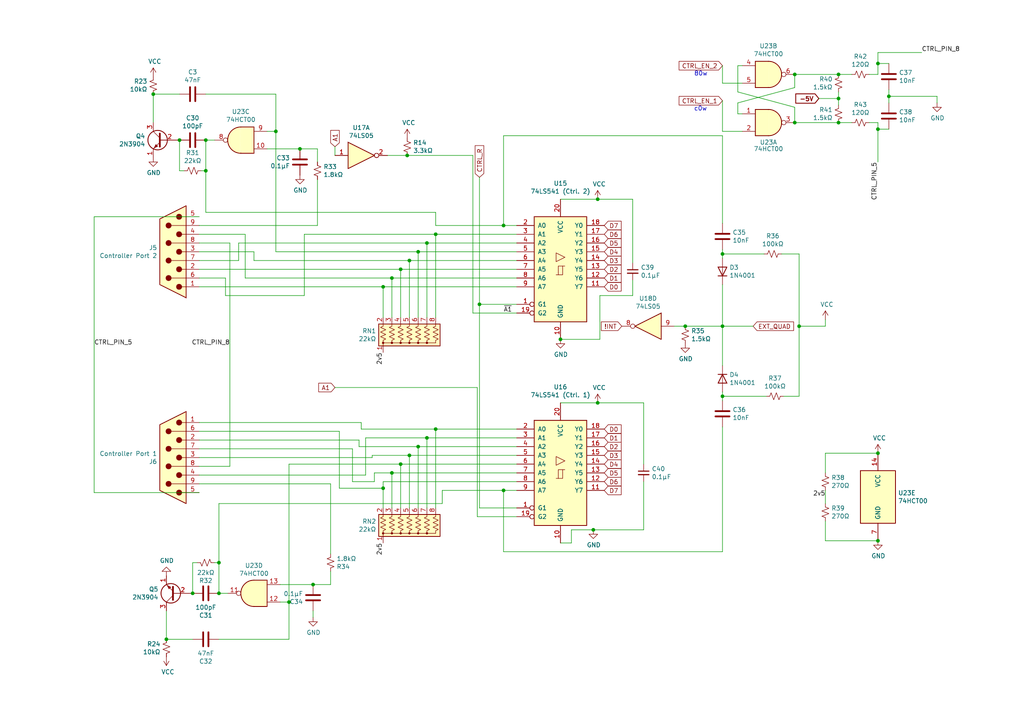
<source format=kicad_sch>
(kicad_sch (version 20231120) (generator "eeschema") (generator_version "8.0")
  (paper "A4")
  (lib_symbols
    (symbol "74xx:74HCT00" (pin_names (offset 1.016))
      (property "Reference" "U" (at 0 1.27 0))
      (property "Value" "74HCT00" (at 0 -1.27 0))
      (symbol "74HCT00_1_1"
        (pin input line (at -7.62 2.54 0) (length 3.81) (name "~") (number "1"))
        (pin input line (at -7.62 -2.54 0) (length 3.81) (name "~") (number "2"))
        (pin output inverted (at 7.62 0 180) (length 3.81) (name "~") (number "3"))
      )
      (symbol "74HCT00_1_2"
        (pin input inverted (at -7.62 2.54 0) (length 4.318) (name "~") (number "1"))
        (pin input inverted (at -7.62 -2.54 0) (length 4.318) (name "~") (number "2"))
        (pin output line (at 7.62 0 180) (length 3.81) (name "~") (number "3"))
      )
      (symbol "74HCT00_2_1"
        (pin input line (at -7.62 2.54 0) (length 3.81) (name "~") (number "4"))
        (pin input line (at -7.62 -2.54 0) (length 3.81) (name "~") (number "5"))
        (pin output inverted (at 7.62 0 180) (length 3.81) (name "~") (number "6"))
      )
      (symbol "74HCT00_2_2"
        (pin input inverted (at -7.62 2.54 0) (length 4.318) (name "~") (number "4"))
        (pin input inverted (at -7.62 -2.54 0) (length 4.318) (name "~") (number "5"))
        (pin output line (at 7.62 0 180) (length 3.81) (name "~") (number "6"))
      )
      (symbol "74HCT00_3_1"
        (pin input line (at -7.62 -2.54 0) (length 3.81) (name "~") (number "10"))
        (pin output inverted (at 7.62 0 180) (length 3.81) (name "~") (number "8"))
        (pin input line (at -7.62 2.54 0) (length 3.81) (name "~") (number "9"))
      )
      (symbol "74HCT00_3_2"
        (pin input inverted (at -7.62 -2.54 0) (length 4.318) (name "~") (number "10"))
        (pin output line (at 7.62 0 180) (length 3.81) (name "~") (number "8"))
        (pin input inverted (at -7.62 2.54 0) (length 4.318) (name "~") (number "9"))
      )
      (symbol "74HCT00_4_1"
        (pin output inverted (at 7.62 0 180) (length 3.81) (name "~") (number "11"))
        (pin input line (at -7.62 2.54 0) (length 3.81) (name "~") (number "12"))
        (pin input line (at -7.62 -2.54 0) (length 3.81) (name "~") (number "13"))
      )
      (symbol "74HCT00_4_2"
        (pin output line (at 7.62 0 180) (length 3.81) (name "~") (number "11"))
        (pin input inverted (at -7.62 2.54 0) (length 4.318) (name "~") (number "12"))
        (pin input inverted (at -7.62 -2.54 0) (length 4.318) (name "~") (number "13"))
      )
      (symbol "74HCT00_5_0"
        (pin power_in line (at 0 12.7 270) (length 5.08) (name "VCC") (number "14"))
        (pin power_in line (at 0 -12.7 90) (length 5.08) (name "GND") (number "7"))
      )
    )
    (symbol "74xx:74LS05" (pin_names (offset 1.016))
      (property "Reference" "U" (at 0 1.27 0))
      (property "Value" "74LS05" (at 0 -1.27 0))
      (symbol "74LS05_1_0"
        (pin input line (at -7.62 0 0) (length 3.81) (name "~") (number "1"))
        (pin open_collector inverted (at 7.62 0 180) (length 3.81) (name "~") (number "2"))
      )
      (symbol "74LS05_2_0"
        (pin input line (at -7.62 0 0) (length 3.81) (name "~") (number "3"))
        (pin open_collector inverted (at 7.62 0 180) (length 3.81) (name "~") (number "4"))
      )
      (symbol "74LS05_3_0"
        (pin input line (at -7.62 0 0) (length 3.81) (name "~") (number "5"))
        (pin open_collector inverted (at 7.62 0 180) (length 3.81) (name "~") (number "6"))
      )
      (symbol "74LS05_4_0"
        (pin open_collector inverted (at 7.62 0 180) (length 3.81) (name "~") (number "8"))
        (pin input line (at -7.62 0 0) (length 3.81) (name "~") (number "9"))
      )
      (symbol "74LS05_5_0"
        (pin open_collector inverted (at 7.62 0 180) (length 3.81) (name "~") (number "10"))
        (pin input line (at -7.62 0 0) (length 3.81) (name "~") (number "11"))
      )
      (symbol "74LS05_6_0"
        (pin open_collector inverted (at 7.62 0 180) (length 3.81) (name "~") (number "12"))
        (pin input line (at -7.62 0 0) (length 3.81) (name "~") (number "13"))
      )
      (symbol "74LS05_7_0"
        (pin power_in line (at 0 12.7 270) (length 5.08) (name "VCC") (number "14"))
        (pin power_in line (at 0 -12.7 90) (length 5.08) (name "GND") (number "7"))
      )
    )
    (symbol "74xx:74LS541" (pin_names (offset 1.016))
      (property "Reference" "U" (at -7.62 16.51 0))
      (property "Value" "74LS541" (at -7.62 -16.51 0))
      (symbol "74LS541_1_0"
        (pin input inverted (at -12.7 -10.16 0) (length 5.08) (name "G1") (number "1"))
        (pin power_in line (at 0 -20.32 90) (length 5.08) (name "GND") (number "10"))
        (pin tri_state line (at 12.7 -5.08 180) (length 5.08) (name "Y7") (number "11"))
        (pin tri_state line (at 12.7 -2.54 180) (length 5.08) (name "Y6") (number "12"))
        (pin tri_state line (at 12.7 0 180) (length 5.08) (name "Y5") (number "13"))
        (pin tri_state line (at 12.7 2.54 180) (length 5.08) (name "Y4") (number "14"))
        (pin tri_state line (at 12.7 5.08 180) (length 5.08) (name "Y3") (number "15"))
        (pin tri_state line (at 12.7 7.62 180) (length 5.08) (name "Y2") (number "16"))
        (pin tri_state line (at 12.7 10.16 180) (length 5.08) (name "Y1") (number "17"))
        (pin tri_state line (at 12.7 12.7 180) (length 5.08) (name "Y0") (number "18"))
        (pin input inverted (at -12.7 -12.7 0) (length 5.08) (name "G2") (number "19"))
        (pin input line (at -12.7 12.7 0) (length 5.08) (name "A0") (number "2"))
        (pin power_in line (at 0 20.32 270) (length 5.08) (name "VCC") (number "20"))
        (pin input line (at -12.7 10.16 0) (length 5.08) (name "A1") (number "3"))
        (pin input line (at -12.7 7.62 0) (length 5.08) (name "A2") (number "4"))
        (pin input line (at -12.7 5.08 0) (length 5.08) (name "A3") (number "5"))
        (pin input line (at -12.7 2.54 0) (length 5.08) (name "A4") (number "6"))
        (pin input line (at -12.7 0 0) (length 5.08) (name "A5") (number "7"))
        (pin input line (at -12.7 -2.54 0) (length 5.08) (name "A6") (number "8"))
        (pin input line (at -12.7 -5.08 0) (length 5.08) (name "A7") (number "9"))
      )
    )
    (symbol "Connector:DB9_Male" (pin_names (offset 1.016) hide)
      (property "Reference" "J" (at 0 13.97 0))
      (property "Value" "DB9_Male" (at 0 -14.605 0))
      (symbol "DB9_Male_1_1"
        (pin passive line (at -7.62 -10.16 0) (length 3.81) (name "1") (number "1"))
        (pin passive line (at -7.62 -5.08 0) (length 3.81) (name "2") (number "2"))
        (pin passive line (at -7.62 0 0) (length 3.81) (name "3") (number "3"))
        (pin passive line (at -7.62 5.08 0) (length 3.81) (name "4") (number "4"))
        (pin passive line (at -7.62 10.16 0) (length 3.81) (name "5") (number "5"))
        (pin passive line (at -7.62 -7.62 0) (length 3.81) (name "6") (number "6"))
        (pin passive line (at -7.62 -2.54 0) (length 3.81) (name "7") (number "7"))
        (pin passive line (at -7.62 2.54 0) (length 3.81) (name "8") (number "8"))
        (pin passive line (at -7.62 7.62 0) (length 3.81) (name "9") (number "9"))
      )
    )
    (symbol "Device:C" (pin_numbers hide) (pin_names (offset 0.254))
      (property "Reference" "C" (at 0.635 2.54 0))
      (property "Value" "C" (at 0.635 -2.54 0))
      (symbol "C_1_1"
        (pin passive line (at 0 3.81 270) (length 2.794) (name "~") (number "1"))
        (pin passive line (at 0 -3.81 90) (length 2.794) (name "~") (number "2"))
      )
    )
    (symbol "Device:C_Small" (pin_numbers hide) (pin_names (offset 0.254) hide)
      (property "Reference" "C" (at 0.254 1.778 0))
      (property "Value" "C_Small" (at 0.254 -2.032 0))
      (symbol "C_Small_1_1"
        (pin passive line (at 0 2.54 270) (length 2.032) (name "~") (number "1"))
        (pin passive line (at 0 -2.54 90) (length 2.032) (name "~") (number "2"))
      )
    )
    (symbol "Device:R_Network07_US" (pin_names (offset 0) hide)
      (property "Reference" "RN" (at -10.16 0 90))
      (property "Value" "R_Network07_US" (at 10.16 0 90))
      (symbol "R_Network07_US_1_1"
        (pin passive line (at -7.62 5.08 270) (length 2.54) (name "common") (number "1"))
        (pin passive line (at -7.62 -5.08 90) (length 1.27) (name "R1") (number "2"))
        (pin passive line (at -5.08 -5.08 90) (length 1.27) (name "R2") (number "3"))
        (pin passive line (at -2.54 -5.08 90) (length 1.27) (name "R3") (number "4"))
        (pin passive line (at 0 -5.08 90) (length 1.27) (name "R4") (number "5"))
        (pin passive line (at 2.54 -5.08 90) (length 1.27) (name "R5") (number "6"))
        (pin passive line (at 5.08 -5.08 90) (length 1.27) (name "R6") (number "7"))
        (pin passive line (at 7.62 -5.08 90) (length 1.27) (name "R7") (number "8"))
      )
    )
    (symbol "Device:R_Small_US" (pin_numbers hide) (pin_names (offset 0.254) hide)
      (property "Reference" "R" (at 0.762 0.508 0))
      (property "Value" "R_Small_US" (at 0.762 -1.016 0))
      (symbol "R_Small_US_1_1"
        (pin passive line (at 0 2.54 270) (length 1.016) (name "~") (number "1"))
        (pin passive line (at 0 -2.54 90) (length 1.016) (name "~") (number "2"))
      )
    )
    (symbol "Diode:1N4001" (pin_numbers hide) (pin_names (offset 1.016) hide)
      (property "Reference" "D" (at 0 2.54 0))
      (property "Value" "1N4001" (at 0 -2.54 0))
      (symbol "1N4001_1_1"
        (pin passive line (at -3.81 0 0) (length 2.54) (name "K") (number "1"))
        (pin passive line (at 3.81 0 180) (length 2.54) (name "A") (number "2"))
      )
    )
    (symbol "Transistor_BJT:2N3904" (pin_names (offset 0) hide)
      (property "Reference" "Q" (at 5.08 1.905 0))
      (property "Value" "2N3904" (at 5.08 0 0))
      (symbol "2N3904_1_1"
        (pin passive line (at 2.54 -5.08 90) (length 2.54) (name "E") (number "1"))
        (pin passive line (at -5.08 0 0) (length 5.715) (name "B") (number "2"))
        (pin passive line (at 2.54 5.08 270) (length 2.54) (name "C") (number "3"))
      )
    )
    (symbol "power:GND" (power) (pin_names (offset 0))
      (property "Value" "GND" (at 0 -3.81 0))
      (symbol "GND_1_1"
        (pin power_in line (at 0 0 270) (length 0) hide (name "GND") (number "1"))
      )
    )
    (symbol "power:VCC" (power) (pin_names (offset 0))
      (property "Value" "VCC" (at 0 3.81 0))
      (symbol "VCC_1_1"
        (pin power_in line (at 0 0 90) (length 0) hide (name "VCC") (number "1"))
      )
    )
  )
  (junction (at 126.365 124.46))
  (junction (at 118.745 75.565))
  (junction (at 162.56 98.425))
  (junction (at 121.285 129.54))
  (junction (at 118.745 132.08))
  (junction (at 173.355 116.84))
  (junction (at 209.55 73.66))
  (junction (at 126.365 67.945))
  (junction (at 209.55 114.935))
  (junction (at 80.01 38.1))
  (junction (at 116.205 78.105))
  (junction (at 198.755 94.615))
  (junction (at 209.55 94.615))
  (junction (at 113.665 137.16))
  (junction (at 254.635 18.415))
  (junction (at 243.205 21.59))
  (junction (at 116.205 134.62))
  (junction (at 111.125 141.605))
  (junction (at 231.775 94.615))
  (junction (at 254.635 37.465))
  (junction (at 173.355 57.785))
  (junction (at 48.26 185.42))
  (junction (at 59.69 49.53))
  (junction (at 146.05 142.24))
  (junction (at 123.825 70.485))
  (junction (at 55.88 172.085))
  (junction (at 254.635 131.445))
  (junction (at 86.995 43.18))
  (junction (at 121.285 73.025))
  (junction (at 243.205 35.56))
  (junction (at 254.635 156.845))
  (junction (at 83.82 174.625))
  (junction (at 172.085 153.67))
  (junction (at 243.205 28.575))
  (junction (at 113.665 80.645))
  (junction (at 111.125 83.185))
  (junction (at 139.065 88.265))
  (junction (at 118.11 45.085))
  (junction (at 59.69 40.64))
  (junction (at 230.505 35.56))
  (junction (at 90.805 169.545))
  (junction (at 257.81 27.94))
  (junction (at 52.07 40.64))
  (junction (at 230.505 21.59))
  (junction (at 146.05 65.405))
  (junction (at 123.825 127))
  (junction (at 63.5 172.085))
  (junction (at 63.5 163.195))
  (junction (at 44.45 27.305))
  (wire (pts (xy 231.775 94.615) (xy 239.395 94.615)))
  (wire (pts (xy 213.995 19.05) (xy 213.995 26.67)))
  (wire (pts (xy 149.86 134.62) (xy 116.205 134.62)))
  (wire (pts (xy 121.285 129.54) (xy 149.86 129.54)))
  (wire (pts (xy 80.01 27.305) (xy 59.69 27.305)))
  (wire (pts (xy 239.395 142.24) (xy 239.395 146.05)))
  (wire (pts (xy 195.58 94.615) (xy 198.755 94.615)))
  (wire (pts (xy 95.885 165.735) (xy 95.885 169.545)))
  (wire (pts (xy 52.07 49.53) (xy 52.07 40.64)))
  (wire (pts (xy 123.825 92.075) (xy 123.825 70.485)))
  (wire (pts (xy 209.55 39.37) (xy 209.55 64.77)))
  (wire (pts (xy 231.775 114.935) (xy 231.775 94.615)))
  (wire (pts (xy 128.27 142.24) (xy 128.27 146.05)))
  (wire (pts (xy 106.045 127) (xy 106.045 137.795)))
  (wire (pts (xy 209.55 73.66) (xy 209.55 74.93)))
  (wire (pts (xy 227.33 114.935) (xy 231.775 114.935)))
  (wire (pts (xy 252.095 35.56) (xy 254.635 35.56)))
  (wire (pts (xy 165.735 157.48) (xy 162.56 157.48)))
  (wire (pts (xy 209.55 82.55) (xy 209.55 94.615)))
  (wire (pts (xy 146.05 65.405) (xy 149.86 65.405)))
  (wire (pts (xy 92.075 52.07) (xy 92.075 65.405)))
  (wire (pts (xy 126.365 61.595) (xy 126.365 65.405)))
  (wire (pts (xy 186.69 153.67) (xy 172.085 153.67)))
  (wire (pts (xy 209.55 94.615) (xy 218.44 94.615)))
  (wire (pts (xy 57.785 80.645) (xy 65.405 80.645)))
  (wire (pts (xy 138.43 149.86) (xy 149.86 149.86)))
  (wire (pts (xy 257.81 27.94) (xy 257.81 29.845)))
  (wire (pts (xy 186.69 134.62) (xy 186.69 116.84)))
  (wire (pts (xy 97.155 42.545) (xy 97.155 45.085)))
  (wire (pts (xy 146.05 142.24) (xy 146.05 160.02)))
  (wire (pts (xy 90.805 169.545) (xy 81.28 169.545)))
  (wire (pts (xy 73.66 73.025) (xy 73.66 75.565)))
  (wire (pts (xy 83.82 185.42) (xy 63.5 185.42)))
  (wire (pts (xy 173.99 98.425) (xy 173.99 85.725)))
  (wire (pts (xy 254.635 21.59) (xy 254.635 18.415)))
  (wire (pts (xy 239.395 94.615) (xy 239.395 92.71)))
  (wire (pts (xy 27.305 62.865) (xy 57.785 62.865)))
  (wire (pts (xy 57.785 122.555) (xy 104.775 122.555)))
  (wire (pts (xy 243.205 28.575) (xy 237.49 28.575)))
  (wire (pts (xy 126.365 124.46) (xy 149.86 124.46)))
  (wire (pts (xy 126.365 67.945) (xy 149.86 67.945)))
  (wire (pts (xy 243.205 21.59) (xy 230.505 21.59)))
  (wire (pts (xy 254.635 37.465) (xy 254.635 46.99)))
  (wire (pts (xy 230.505 31.115) (xy 230.505 35.56)))
  (wire (pts (xy 137.16 45.085) (xy 137.16 90.805)))
  (wire (pts (xy 215.265 38.1) (xy 209.55 38.1)))
  (wire (pts (xy 128.27 146.05) (xy 63.5 146.05)))
  (wire (pts (xy 254.635 18.415) (xy 254.635 15.24)))
  (wire (pts (xy 139.065 147.32) (xy 149.86 147.32)))
  (wire (pts (xy 104.14 129.54) (xy 121.285 129.54)))
  (wire (pts (xy 213.995 33.02) (xy 215.265 33.02)))
  (wire (pts (xy 149.86 83.185) (xy 111.125 83.185)))
  (wire (pts (xy 146.05 142.24) (xy 128.27 142.24)))
  (wire (pts (xy 183.515 76.2) (xy 183.515 57.785)))
  (wire (pts (xy 83.82 134.62) (xy 83.82 174.625)))
  (wire (pts (xy 65.405 85.725) (xy 88.265 85.725)))
  (wire (pts (xy 209.55 73.66) (xy 221.615 73.66)))
  (wire (pts (xy 146.05 160.02) (xy 209.55 160.02)))
  (wire (pts (xy 257.81 27.94) (xy 271.78 27.94)))
  (wire (pts (xy 173.355 57.785) (xy 162.56 57.785)))
  (wire (pts (xy 126.365 147.32) (xy 126.365 124.46)))
  (wire (pts (xy 102.235 130.175) (xy 102.235 139.7)))
  (wire (pts (xy 149.86 88.265) (xy 139.065 88.265)))
  (wire (pts (xy 57.785 67.945) (xy 71.12 67.945)))
  (wire (pts (xy 146.05 39.37) (xy 209.55 39.37)))
  (wire (pts (xy 113.665 147.32) (xy 113.665 137.16)))
  (wire (pts (xy 104.775 124.46) (xy 126.365 124.46)))
  (wire (pts (xy 83.82 174.625) (xy 81.28 174.625)))
  (wire (pts (xy 92.075 46.99) (xy 92.075 43.18)))
  (wire (pts (xy 118.745 75.565) (xy 149.86 75.565)))
  (wire (pts (xy 209.55 24.13) (xy 209.55 19.05)))
  (wire (pts (xy 243.205 30.48) (xy 243.205 28.575)))
  (wire (pts (xy 243.205 21.59) (xy 247.015 21.59)))
  (wire (pts (xy 186.69 139.7) (xy 186.69 153.67)))
  (wire (pts (xy 53.34 49.53) (xy 52.07 49.53)))
  (wire (pts (xy 88.265 85.725) (xy 88.265 67.945)))
  (wire (pts (xy 27.305 142.875) (xy 27.305 62.865)))
  (wire (pts (xy 88.265 67.945) (xy 126.365 67.945)))
  (wire (pts (xy 116.205 147.32) (xy 116.205 134.62)))
  (wire (pts (xy 83.82 174.625) (xy 83.82 185.42)))
  (wire (pts (xy 113.665 137.16) (xy 149.86 137.16)))
  (wire (pts (xy 239.395 151.13) (xy 239.395 156.845)))
  (wire (pts (xy 149.86 78.105) (xy 116.205 78.105)))
  (wire (pts (xy 186.69 116.84) (xy 173.355 116.84)))
  (wire (pts (xy 97.155 112.395) (xy 138.43 112.395)))
  (wire (pts (xy 254.635 37.465) (xy 257.81 37.465)))
  (wire (pts (xy 104.14 127.635) (xy 104.14 129.54)))
  (wire (pts (xy 213.995 26.67) (xy 230.505 31.115)))
  (wire (pts (xy 86.995 43.18) (xy 77.47 43.18)))
  (wire (pts (xy 239.395 156.845) (xy 254.635 156.845)))
  (wire (pts (xy 139.065 88.265) (xy 139.065 147.32)))
  (wire (pts (xy 243.205 28.575) (xy 243.205 26.67)))
  (wire (pts (xy 230.505 35.56) (xy 243.205 35.56)))
  (wire (pts (xy 113.665 92.075) (xy 113.665 80.645)))
  (wire (pts (xy 252.095 21.59) (xy 254.635 21.59)))
  (wire (pts (xy 63.5 146.05) (xy 63.5 163.195)))
  (wire (pts (xy 57.785 127.635) (xy 104.14 127.635)))
  (wire (pts (xy 66.675 70.485) (xy 57.785 70.485)))
  (wire (pts (xy 108.585 137.16) (xy 113.665 137.16)))
  (wire (pts (xy 123.825 127) (xy 106.045 127)))
  (wire (pts (xy 254.635 15.24) (xy 267.335 15.24)))
  (wire (pts (xy 149.86 142.24) (xy 146.05 142.24)))
  (wire (pts (xy 123.825 70.485) (xy 69.215 70.485)))
  (wire (pts (xy 126.365 92.075) (xy 126.365 67.945)))
  (wire (pts (xy 80.01 38.1) (xy 80.01 27.305)))
  (wire (pts (xy 116.205 78.105) (xy 57.785 78.105)))
  (wire (pts (xy 48.26 177.165) (xy 48.26 185.42)))
  (wire (pts (xy 116.205 92.075) (xy 116.205 78.105)))
  (wire (pts (xy 108.585 139.7) (xy 108.585 137.16)))
  (wire (pts (xy 58.42 49.53) (xy 59.69 49.53)))
  (wire (pts (xy 172.085 153.67) (xy 165.735 153.67)))
  (wire (pts (xy 62.23 163.195) (xy 63.5 163.195)))
  (wire (pts (xy 113.665 80.645) (xy 149.86 80.645)))
  (wire (pts (xy 173.99 85.725) (xy 183.515 85.725)))
  (wire (pts (xy 138.43 112.395) (xy 138.43 149.86)))
  (wire (pts (xy 111.125 92.075) (xy 111.125 83.185)))
  (wire (pts (xy 69.215 70.485) (xy 69.215 75.565)))
  (wire (pts (xy 57.785 65.405) (xy 92.075 65.405)))
  (wire (pts (xy 149.86 70.485) (xy 123.825 70.485)))
  (wire (pts (xy 209.55 114.935) (xy 209.55 116.205)))
  (wire (pts (xy 57.785 73.025) (xy 73.66 73.025)))
  (wire (pts (xy 107.95 132.08) (xy 118.745 132.08)))
  (wire (pts (xy 44.45 27.305) (xy 52.07 27.305)))
  (wire (pts (xy 271.78 27.94) (xy 271.78 29.845)))
  (wire (pts (xy 63.5 172.085) (xy 66.04 172.085)))
  (wire (pts (xy 149.86 139.7) (xy 111.125 139.7)))
  (wire (pts (xy 209.55 113.665) (xy 209.55 114.935)))
  (wire (pts (xy 137.16 90.805) (xy 149.86 90.805)))
  (wire (pts (xy 254.635 131.445) (xy 239.395 131.445)))
  (wire (pts (xy 165.735 153.67) (xy 165.735 157.48)))
  (wire (pts (xy 257.81 26.035) (xy 257.81 27.94)))
  (wire (pts (xy 222.25 114.935) (xy 209.55 114.935)))
  (wire (pts (xy 95.885 140.335) (xy 95.885 160.655)))
  (wire (pts (xy 59.69 49.53) (xy 59.69 61.595)))
  (wire (pts (xy 80.01 38.1) (xy 77.47 38.1)))
  (wire (pts (xy 73.66 75.565) (xy 118.745 75.565)))
  (wire (pts (xy 107.95 132.715) (xy 107.95 132.08)))
  (wire (pts (xy 57.785 132.715) (xy 107.95 132.715)))
  (wire (pts (xy 209.55 160.02) (xy 209.55 123.825)))
  (wire (pts (xy 121.285 73.025) (xy 80.01 73.025)))
  (wire (pts (xy 63.5 163.195) (xy 63.5 172.085)))
  (wire (pts (xy 106.045 137.795) (xy 57.785 137.795)))
  (wire (pts (xy 213.995 29.845) (xy 213.995 33.02)))
  (wire (pts (xy 116.205 134.62) (xy 83.82 134.62)))
  (wire (pts (xy 80.01 73.025) (xy 80.01 38.1)))
  (wire (pts (xy 118.11 45.085) (xy 137.16 45.085)))
  (wire (pts (xy 104.775 122.555) (xy 104.775 124.46)))
  (wire (pts (xy 209.55 72.39) (xy 209.55 73.66)))
  (wire (pts (xy 111.125 141.605) (xy 98.425 141.605)))
  (wire (pts (xy 55.88 163.195) (xy 55.88 172.085)))
  (wire (pts (xy 102.235 139.7) (xy 108.585 139.7)))
  (wire (pts (xy 183.515 57.785) (xy 173.355 57.785)))
  (wire (pts (xy 57.785 135.255) (xy 66.675 135.255)))
  (wire (pts (xy 254.635 35.56) (xy 254.635 37.465)))
  (wire (pts (xy 90.805 179.07) (xy 90.805 177.165)))
  (wire (pts (xy 118.745 132.08) (xy 149.86 132.08)))
  (wire (pts (xy 239.395 131.445) (xy 239.395 137.16)))
  (wire (pts (xy 69.215 75.565) (xy 57.785 75.565)))
  (wire (pts (xy 209.55 94.615) (xy 209.55 106.045)))
  (wire (pts (xy 57.15 163.195) (xy 55.88 163.195)))
  (wire (pts (xy 209.55 38.1) (xy 209.55 29.21)))
  (wire (pts (xy 111.125 139.7) (xy 111.125 141.605)))
  (wire (pts (xy 198.755 94.615) (xy 209.55 94.615)))
  (wire (pts (xy 57.785 142.875) (xy 27.305 142.875)))
  (wire (pts (xy 149.86 73.025) (xy 121.285 73.025)))
  (wire (pts (xy 92.075 43.18) (xy 86.995 43.18)))
  (wire (pts (xy 173.355 116.84) (xy 162.56 116.84)))
  (wire (pts (xy 121.285 147.32) (xy 121.285 129.54)))
  (wire (pts (xy 98.425 141.605) (xy 98.425 125.095)))
  (wire (pts (xy 123.825 147.32) (xy 123.825 127)))
  (wire (pts (xy 215.265 24.13) (xy 209.55 24.13)))
  (wire (pts (xy 57.785 130.175) (xy 102.235 130.175)))
  (wire (pts (xy 44.45 35.56) (xy 44.45 27.305)))
  (wire (pts (xy 230.505 25.4) (xy 213.995 29.845)))
  (wire (pts (xy 121.285 73.025) (xy 121.285 92.075)))
  (wire (pts (xy 162.56 98.425) (xy 173.99 98.425)))
  (wire (pts (xy 95.885 140.335) (xy 57.785 140.335)))
  (wire (pts (xy 254.635 18.415) (xy 257.81 18.415)))
  (wire (pts (xy 231.775 94.615) (xy 231.775 73.66)))
  (wire (pts (xy 230.505 21.59) (xy 230.505 25.4)))
  (wire (pts (xy 95.885 169.545) (xy 90.805 169.545)))
  (wire (pts (xy 71.12 80.645) (xy 113.665 80.645)))
  (wire (pts (xy 146.05 65.405) (xy 146.05 39.37)))
  (wire (pts (xy 59.69 49.53) (xy 59.69 40.64)))
  (wire (pts (xy 149.86 127) (xy 123.825 127)))
  (wire (pts (xy 111.125 147.32) (xy 111.125 141.605)))
  (wire (pts (xy 59.69 40.64) (xy 62.23 40.64)))
  (wire (pts (xy 243.205 35.56) (xy 247.015 35.56)))
  (wire (pts (xy 118.745 92.075) (xy 118.745 75.565)))
  (wire (pts (xy 126.365 65.405) (xy 146.05 65.405)))
  (wire (pts (xy 59.69 61.595) (xy 126.365 61.595)))
  (wire (pts (xy 66.675 135.255) (xy 66.675 70.485)))
  (wire (pts (xy 48.26 185.42) (xy 55.88 185.42)))
  (wire (pts (xy 71.12 67.945) (xy 71.12 80.645)))
  (wire (pts (xy 98.425 125.095) (xy 57.785 125.095)))
  (wire (pts (xy 139.065 51.435) (xy 139.065 88.265)))
  (wire (pts (xy 111.125 83.185) (xy 57.785 83.185)))
  (wire (pts (xy 112.395 45.085) (xy 118.11 45.085)))
  (wire (pts (xy 65.405 80.645) (xy 65.405 85.725)))
  (wire (pts (xy 118.745 147.32) (xy 118.745 132.08)))
  (wire (pts (xy 215.265 19.05) (xy 213.995 19.05)))
  (wire (pts (xy 183.515 85.725) (xy 183.515 81.28)))
  (wire (pts (xy 231.775 73.66) (xy 226.695 73.66)))
  (text "c0w" (at 205.105 32.385 0) (effects (font (size 1.27 1.27)) (justify right bottom)))
  (text "80w" (at 201.295 22.225 0) (effects (font (size 1.27 1.27)) (justify left bottom)))
  (label "CTRL_PIN_5" (at 27.305 100.33 0))
  (label "~{A1}" (at 146.05 90.805 0))
  (label "2v5" (at 239.395 144.145 180))
  (label "CTRL_PIN_8" (at 267.335 15.24 0))
  (label "2v5" (at 111.125 157.48 270))
  (label "CTRL_PIN_5" (at 254.635 46.99 270))
  (label "CTRL_PIN_8" (at 66.675 100.33 180))
  (label "2v5" (at 111.125 102.235 270))
  (global_label "A1" (shape input) (at 97.155 42.545 90) (property "Intersheetrefs" "${INTERSHEET_REFS}" (effects (hide yes))))
  (global_label "D3" (shape input) (at 175.26 132.08 0) (property "Intersheetrefs" "${INTERSHEET_REFS}" (effects (hide yes))))
  (global_label "!INT" (shape input) (at 180.34 94.615 180) (property "Intersheetrefs" "${INTERSHEET_REFS}" (effects (hide yes))))
  (global_label "CTRL_EN_1" (shape input) (at 209.55 29.21 180) (property "Intersheetrefs" "${INTERSHEET_REFS}" (effects (hide yes))))
  (global_label "CTRL_EN_2" (shape input) (at 209.55 19.05 180) (property "Intersheetrefs" "${INTERSHEET_REFS}" (effects (hide yes))))
  (global_label "D4" (shape input) (at 175.26 73.025 0) (property "Intersheetrefs" "${INTERSHEET_REFS}" (effects (hide yes))))
  (global_label "D1" (shape input) (at 175.26 127 0) (property "Intersheetrefs" "${INTERSHEET_REFS}" (effects (hide yes))))
  (global_label "-5V" (shape input) (at 237.49 28.575 180) (effects (font (thickness 0.254) (bold yes))) (property "Intersheetrefs" "${INTERSHEET_REFS}" (effects (hide yes))))
  (global_label "EXT_QUAD" (shape input) (at 218.44 94.615 0) (property "Intersheetrefs" "${INTERSHEET_REFS}" (effects (hide yes))))
  (global_label "CTRL_R" (shape input) (at 139.065 51.435 90) (property "Intersheetrefs" "${INTERSHEET_REFS}" (effects (hide yes))))
  (global_label "A1" (shape input) (at 97.155 112.395 180) (property "Intersheetrefs" "${INTERSHEET_REFS}" (effects (hide yes))))
  (global_label "D6" (shape input) (at 175.26 67.945 0) (property "Intersheetrefs" "${INTERSHEET_REFS}" (effects (hide yes))))
  (global_label "D7" (shape input) (at 175.26 65.405 0) (property "Intersheetrefs" "${INTERSHEET_REFS}" (effects (hide yes))))
  (global_label "D2" (shape input) (at 175.26 129.54 0) (property "Intersheetrefs" "${INTERSHEET_REFS}" (effects (hide yes))))
  (global_label "D6" (shape input) (at 175.26 139.7 0) (property "Intersheetrefs" "${INTERSHEET_REFS}" (effects (hide yes))))
  (global_label "D2" (shape input) (at 175.26 78.105 0) (property "Intersheetrefs" "${INTERSHEET_REFS}" (effects (hide yes))))
  (global_label "D0" (shape input) (at 175.26 124.46 0) (property "Intersheetrefs" "${INTERSHEET_REFS}" (effects (hide yes))))
  (global_label "D7" (shape input) (at 175.26 142.24 0) (property "Intersheetrefs" "${INTERSHEET_REFS}" (effects (hide yes))))
  (global_label "D5" (shape input) (at 175.26 137.16 0) (property "Intersheetrefs" "${INTERSHEET_REFS}" (effects (hide yes))))
  (global_label "D0" (shape input) (at 175.26 83.185 0) (property "Intersheetrefs" "${INTERSHEET_REFS}" (effects (hide yes))))
  (global_label "D3" (shape input) (at 175.26 75.565 0) (property "Intersheetrefs" "${INTERSHEET_REFS}" (effects (hide yes))))
  (global_label "D4" (shape input) (at 175.26 134.62 0) (property "Intersheetrefs" "${INTERSHEET_REFS}" (effects (hide yes))))
  (global_label "D1" (shape input) (at 175.26 80.645 0) (property "Intersheetrefs" "${INTERSHEET_REFS}" (effects (hide yes))))
  (global_label "D5" (shape input) (at 175.26 70.485 0) (property "Intersheetrefs" "${INTERSHEET_REFS}" (effects (hide yes))))
  (symbol (lib_id "74xx:74LS05") (at 104.775 45.085 0) (unit 1)
    (property "Reference" "U17" (at 104.775 37.0332 0))
    (property "Value" "74LS05" (at 104.775 39.3446 0))
    (property "Footprint" "Housings_SOIC:SOIC-14_3.9x8.7mm_Pitch1.27mm" (effects (hide yes)))
    (property "Datasheet" "https://www.digikey.ca/product-detail/en/MM74HCT05MX/MM74HCT05MXCT-ND/2094424/?itemSeq=317132076" (effects (hide yes)))
    (property "DigiKey" "296-1630-1-ND" (effects (hide yes)))
  )
  (symbol (lib_id "Device:R_Small_US") (at 118.11 42.545 0) (unit 1)
    (property "Reference" "R14" (at 119.8372 41.3766 0) (effects (justify left)))
    (property "Value" "3.3kΩ" (at 119.8372 43.688 0) (effects (justify left)))
    (property "Footprint" "Resistors_SMD:R_0805_HandSoldering" (effects (hide yes)))
    (property "DigiKey" "RMCF0805JT3K30CT-ND" (effects (hide yes)))
  )
  (symbol (lib_id "power:VCC") (at 118.11 40.005 0) (unit 1)
    (property "Reference" "#PWR0115" (effects (hide yes)))
    (property "Value" "VCC" (at 118.5418 35.6108 0))
  )
  (symbol (lib_id "Connector:DB9_Male") (at 50.165 73.025 0) (mirror y) (unit 1)
    (property "Reference" "J5" (at 45.593 71.8566 0) (effects (justify left)))
    (property "Value" "Controller Port 2" (at 45.593 74.168 0) (effects (justify left)))
    (property "Footprint" "Jacks:A-DS 09 A-KG-T2S" (effects (hide yes)))
    (property "Datasheet" "http://www.assmann-wsw.com/fileadmin/datasheets/ASS_4888_CO.pdf" (effects (hide yes)))
    (property "DigiKey" "AE10968-ND" (effects (hide yes)))
  )
  (symbol (lib_id "Connector:DB9_Male") (at 50.165 132.715 180) (unit 1)
    (property "Reference" "J6" (at 45.593 133.8834 0) (effects (justify left)))
    (property "Value" "Controller Port 1" (at 45.593 131.572 0) (effects (justify left)))
    (property "Footprint" "Jacks:A-DS 09 A-KG-T2S" (effects (hide yes)))
    (property "Datasheet" "http://www.assmann-wsw.com/fileadmin/datasheets/ASS_4888_CO.pdf" (effects (hide yes)))
    (property "DigiKey" "AE10968-ND" (effects (hide yes)))
  )
  (symbol (lib_id "Device:R_Small_US") (at 239.395 139.7 0) (unit 1)
    (property "Reference" "R38" (at 241.1222 138.5316 0) (effects (justify left)))
    (property "Value" "270Ω" (at 241.1222 140.843 0) (effects (justify left)))
    (property "Footprint" "Resistors_SMD:R_0805_HandSoldering" (effects (hide yes)))
    (property "DigiKey" "RMCF0805JT270RCT-ND" (effects (hide yes)))
  )
  (symbol (lib_id "Device:R_Small_US") (at 239.395 148.59 0) (unit 1)
    (property "Reference" "R39" (at 241.1222 147.4216 0) (effects (justify left)))
    (property "Value" "270Ω" (at 241.1222 149.733 0) (effects (justify left)))
    (property "Footprint" "Resistors_SMD:R_0805_HandSoldering" (effects (hide yes)))
    (property "DigiKey" "RMCF0805JT270RCT-ND" (effects (hide yes)))
  )
  (symbol (lib_id "power:GND") (at 254.635 156.845 0) (unit 1)
    (property "Reference" "#PWR0135" (effects (hide yes)))
    (property "Value" "GND" (at 254.762 161.2392 0))
  )
  (symbol (lib_id "Device:R_Network07_US") (at 118.745 97.155 0) (mirror x) (unit 1)
    (property "Reference" "RN1" (at 109.1184 95.9866 0) (effects (justify right)))
    (property "Value" "22kΩ" (at 109.1184 98.298 0) (effects (justify right)))
    (property "Footprint" "Resistors_ThroughHole:R_Array_SIP8" (effects (hide yes)))
    (property "Datasheet" "http://www.vishay.com/docs/31509/csc.pdf" (effects (hide yes)))
    (property "DigiKey" "4608X-1-223LF-ND" (effects (hide yes)))
  )
  (symbol (lib_id "Device:R_Network07_US") (at 118.745 152.4 0) (mirror x) (unit 1)
    (property "Reference" "RN2" (at 109.1184 151.2316 0) (effects (justify right)))
    (property "Value" "22kΩ" (at 109.1184 153.543 0) (effects (justify right)))
    (property "Footprint" "Resistors_ThroughHole:R_Array_SIP8" (effects (hide yes)))
    (property "Datasheet" "http://www.vishay.com/docs/31509/csc.pdf" (effects (hide yes)))
    (property "DigiKey" "4608X-1-223LF-ND" (effects (hide yes)))
  )
  (symbol (lib_id "power:GND") (at 86.995 50.8 0) (unit 1)
    (property "Reference" "#PWR0158" (effects (hide yes)))
    (property "Value" "GND" (at 87.122 55.1942 0))
  )
  (symbol (lib_id "power:GND") (at 90.805 179.07 0) (unit 1)
    (property "Reference" "#PWR0159" (effects (hide yes)))
    (property "Value" "GND" (at 90.932 183.4642 0))
  )
  (symbol (lib_id "Device:R_Small_US") (at 92.075 49.53 180) (unit 1)
    (property "Reference" "R33" (at 93.8022 48.3616 0) (effects (justify right)))
    (property "Value" "1.8kΩ" (at 93.8022 50.673 0) (effects (justify right)))
    (property "Footprint" "Resistors_SMD:R_0805_HandSoldering" (effects (hide yes)))
    (property "DigiKey" "RMCF0805JT1K80CT-ND" (effects (hide yes)))
  )
  (symbol (lib_id "Device:C") (at 86.995 46.99 0) (mirror x) (unit 1)
    (property "Reference" "C33" (at 84.0994 45.8216 0) (effects (justify right)))
    (property "Value" "0.1µF" (at 84.0994 48.133 0) (effects (justify right)))
    (property "Footprint" "Capacitors_SMD:C_0805_HandSoldering" (effects (hide yes)))
    (property "DigiKey" "1276-1099-1-ND" (effects (hide yes)))
  )
  (symbol (lib_id "74xx:74HCT00") (at 69.85 40.64 0) (mirror y) (unit 3)
    (property "Reference" "U23" (at 69.85 32.385 0))
    (property "Value" "74HCT00" (at 69.85 34.6964 0))
    (property "Footprint" "Housings_SOIC:SOIC-14_3.9x8.7mm_Pitch1.27mm" (effects (hide yes)))
    (property "Datasheet" "http://www.ti.com/lit/gpn/sn74hct00" (effects (hide yes)))
    (property "DigiKey" "296-14542-1-ND" (effects (hide yes)))
  )
  (symbol (lib_id "Device:C") (at 55.88 27.305 270) (unit 1)
    (property "Reference" "C3" (at 55.88 20.9042 90))
    (property "Value" "47nF" (at 55.88 23.2156 90))
    (property "Footprint" "Capacitors_SMD:C_0805_HandSoldering" (effects (hide yes)))
    (property "DigiKey" "732-8059-1-ND" (effects (hide yes)))
  )
  (symbol (lib_id "Device:R_Small_US") (at 44.45 24.765 0) (mirror x) (unit 1)
    (property "Reference" "R23" (at 42.7482 23.5966 0) (effects (justify right)))
    (property "Value" "10kΩ" (at 42.7482 25.908 0) (effects (justify right)))
    (property "Footprint" "Resistors_SMD:R_0805_HandSoldering" (effects (hide yes)))
    (property "DigiKey" "RMCF0805JT10K0CT-ND" (effects (hide yes)))
  )
  (symbol (lib_id "power:VCC") (at 44.45 22.225 0) (unit 1)
    (property "Reference" "#PWR0136" (effects (hide yes)))
    (property "Value" "VCC" (at 44.8818 17.8308 0))
  )
  (symbol (lib_id "Transistor_BJT:2N3904") (at 46.99 40.64 0) (mirror y) (unit 1)
    (property "Reference" "Q4" (at 42.1386 39.4716 0) (effects (justify left)))
    (property "Value" "2N3904" (at 42.1386 41.783 0) (effects (justify left)))
    (property "Footprint" "TO_SOT_Packages_THT:TO-92_Inline_Wide" (effects (hide yes)))
    (property "Datasheet" "https://www.fairchildsemi.com/datasheets/2N/2N3904.pdf" (effects (hide yes)))
    (property "DigiKey" "2N3904TAFSCT-ND" (effects (hide yes)))
  )
  (symbol (lib_id "Device:C") (at 55.88 40.64 270) (unit 1)
    (property "Reference" "C30" (at 55.88 34.2392 90))
    (property "Value" "100pF" (at 55.88 36.5506 90))
    (property "Footprint" "Capacitors_SMD:C_0805_HandSoldering" (effects (hide yes)))
    (property "DigiKey" "732-12161-1-ND" (effects (hide yes)))
  )
  (symbol (lib_id "Device:R_Small_US") (at 55.88 49.53 270) (unit 1)
    (property "Reference" "R31" (at 55.88 44.323 90))
    (property "Value" "22kΩ" (at 55.88 46.6344 90))
    (property "Footprint" "Resistors_SMD:R_0805_HandSoldering" (effects (hide yes)))
    (property "DigiKey" "RMCF0805JT22K0CT-ND" (effects (hide yes)))
  )
  (symbol (lib_id "power:GND") (at 44.45 45.72 0) (unit 1)
    (property "Reference" "#PWR0137" (effects (hide yes)))
    (property "Value" "GND" (at 44.577 50.1142 0))
  )
  (symbol (lib_id "Device:R_Small_US") (at 95.885 163.195 0) (mirror y) (unit 1)
    (property "Reference" "R34" (at 97.6122 164.3634 0) (effects (justify right)))
    (property "Value" "1.8kΩ" (at 97.6122 162.052 0) (effects (justify right)))
    (property "Footprint" "Resistors_SMD:R_0805_HandSoldering" (effects (hide yes)))
    (property "DigiKey" "RMCF0805JT1K80CT-ND" (effects (hide yes)))
  )
  (symbol (lib_id "Device:C") (at 90.805 173.355 0) (unit 1)
    (property "Reference" "C34" (at 87.9094 174.5234 0) (effects (justify right)))
    (property "Value" "0.1µF" (at 87.9094 172.212 0) (effects (justify right)))
    (property "Footprint" "Capacitors_SMD:C_0805_HandSoldering" (effects (hide yes)))
    (property "DigiKey" "1276-1099-1-ND" (effects (hide yes)))
  )
  (symbol (lib_id "Device:C") (at 59.69 185.42 270) (mirror x) (unit 1)
    (property "Reference" "C32" (at 59.69 191.8208 90))
    (property "Value" "47nF" (at 59.69 189.5094 90))
    (property "Footprint" "Capacitors_SMD:C_0805_HandSoldering" (effects (hide yes)))
    (property "DigiKey" "732-8059-1-ND" (effects (hide yes)))
  )
  (symbol (lib_id "Device:R_Small_US") (at 48.26 187.96 0) (mirror x) (unit 1)
    (property "Reference" "R24" (at 46.5582 186.7916 0) (effects (justify right)))
    (property "Value" "10kΩ" (at 46.5582 189.103 0) (effects (justify right)))
    (property "Footprint" "Resistors_SMD:R_0805_HandSoldering" (effects (hide yes)))
    (property "DigiKey" "RMCF0805JT10K0CT-ND" (effects (hide yes)))
  )
  (symbol (lib_id "power:VCC") (at 48.26 190.5 0) (mirror x) (unit 1)
    (property "Reference" "#PWR0138" (effects (hide yes)))
    (property "Value" "VCC" (at 48.6918 194.8942 0))
  )
  (symbol (lib_id "Transistor_BJT:2N3904") (at 50.8 172.085 180) (unit 1)
    (property "Reference" "Q5" (at 45.9486 170.9166 0) (effects (justify left)))
    (property "Value" "2N3904" (at 45.9486 173.228 0) (effects (justify left)))
    (property "Footprint" "TO_SOT_Packages_THT:TO-92_Inline_Wide" (effects (hide yes)))
    (property "Datasheet" "https://www.fairchildsemi.com/datasheets/2N/2N3904.pdf" (effects (hide yes)))
    (property "DigiKey" "2N3904TAFSCT-ND" (effects (hide yes)))
  )
  (symbol (lib_id "Device:C") (at 59.69 172.085 270) (mirror x) (unit 1)
    (property "Reference" "C31" (at 59.69 178.4858 90))
    (property "Value" "100pF" (at 59.69 176.1744 90))
    (property "Footprint" "Capacitors_SMD:C_0805_HandSoldering" (effects (hide yes)))
    (property "DigiKey" "732-12161-1-ND" (effects (hide yes)))
  )
  (symbol (lib_id "Device:R_Small_US") (at 59.69 163.195 270) (mirror x) (unit 1)
    (property "Reference" "R32" (at 59.69 168.402 90))
    (property "Value" "22kΩ" (at 59.69 166.0906 90))
    (property "Footprint" "Resistors_SMD:R_0805_HandSoldering" (effects (hide yes)))
    (property "DigiKey" "RMCF0805JT22K0CT-ND" (effects (hide yes)))
  )
  (symbol (lib_id "power:GND") (at 48.26 167.005 0) (mirror x) (unit 1)
    (property "Reference" "#PWR0139" (effects (hide yes)))
    (property "Value" "GND" (at 48.387 162.6108 0))
  )
  (symbol (lib_id "74xx:74HCT00") (at 73.66 172.085 180) (unit 4)
    (property "Reference" "U23" (at 73.66 164.0332 0))
    (property "Value" "74HCT00" (at 73.66 166.3446 0))
    (property "Footprint" "Housings_SOIC:SOIC-14_3.9x8.7mm_Pitch1.27mm" (effects (hide yes)))
    (property "Datasheet" "http://www.ti.com/lit/gpn/sn74hct00" (effects (hide yes)))
    (property "DigiKey" "296-14542-1-ND" (effects (hide yes)))
  )
  (symbol (lib_id "74xx:74HCT00") (at 254.635 144.145 0) (unit 5)
    (property "Reference" "U23" (at 260.477 142.9766 0) (effects (justify left)))
    (property "Value" "74HCT00" (at 260.477 145.288 0) (effects (justify left)))
    (property "Footprint" "Housings_SOIC:SOIC-14_3.9x8.7mm_Pitch1.27mm" (effects (hide yes)))
    (property "Datasheet" "http://www.ti.com/lit/gpn/sn74hct00" (effects (hide yes)))
    (property "DigiKey" "296-14542-1-ND" (effects (hide yes)))
  )
  (symbol (lib_id "power:VCC") (at 254.635 131.445 0) (unit 1)
    (property "Reference" "#PWR0140" (effects (hide yes)))
    (property "Value" "VCC" (at 255.0668 127.0508 0))
  )
  (symbol (lib_id "Device:C") (at 209.55 120.015 0) (unit 1)
    (property "Reference" "C36" (at 212.471 118.8466 0) (effects (justify left)))
    (property "Value" "10nF" (at 212.471 121.158 0) (effects (justify left)))
    (property "Footprint" "Capacitors_SMD:C_0805_HandSoldering" (effects (hide yes)))
    (property "DigiKey" "399-C0805X103K1RAC3316CT-ND" (effects (hide yes)))
  )
  (symbol (lib_id "Device:C") (at 209.55 68.58 0) (unit 1)
    (property "Reference" "C35" (at 212.471 67.4116 0) (effects (justify left)))
    (property "Value" "10nF" (at 212.471 69.723 0) (effects (justify left)))
    (property "Footprint" "Capacitors_SMD:C_0805_HandSoldering" (effects (hide yes)))
    (property "DigiKey" "399-C0805X103K1RAC3316CT-ND" (effects (hide yes)))
  )
  (symbol (lib_id "Diode:1N4001") (at 209.55 109.855 270) (unit 1)
    (property "Reference" "D4" (at 211.5566 108.6866 90) (effects (justify left)))
    (property "Value" "1N4001" (at 211.5566 110.998 90) (effects (justify left)))
    (property "Footprint" "Diodes_ThroughHole:D_DO-41_SOD81_P2.54mm_Vertical_AnodeUp" (effects (hide yes)))
    (property "Datasheet" "http://www.vishay.com/docs/88503/1n4001.pdf" (effects (hide yes)))
    (property "DigiKey" "641-1310-1-ND" (effects (hide yes)))
  )
  (symbol (lib_id "Diode:1N4001") (at 209.55 78.74 90) (unit 1)
    (property "Reference" "D3" (at 211.5566 77.5716 90) (effects (justify right)))
    (property "Value" "1N4001" (at 211.5566 79.883 90) (effects (justify right)))
    (property "Footprint" "Diodes_ThroughHole:D_DO-41_SOD81_P2.54mm_Vertical_AnodeUp" (effects (hide yes)))
    (property "Datasheet" "http://www.vishay.com/docs/88503/1n4001.pdf" (effects (hide yes)))
    (property "DigiKey" "641-1310-1-ND" (effects (hide yes)))
  )
  (symbol (lib_id "74xx:74LS05") (at 187.96 94.615 0) (mirror y) (unit 4)
    (property "Reference" "U18" (at 187.96 86.5632 0))
    (property "Value" "74LS05" (at 187.96 88.8746 0))
    (property "Footprint" "Housings_SOIC:SOIC-14_3.9x8.7mm_Pitch1.27mm" (effects (hide yes)))
    (property "Datasheet" "http://www.ti.com/lit/gpn/sn74LS05" (effects (hide yes)))
    (property "DigiKey" "296-1630-1-ND" (effects (hide yes)))
  )
  (symbol (lib_id "Device:R_Small_US") (at 198.755 97.155 180) (unit 1)
    (property "Reference" "R35" (at 200.4822 95.9866 0) (effects (justify right)))
    (property "Value" "1.5kΩ" (at 200.4822 98.298 0) (effects (justify right)))
    (property "Footprint" "Resistors_SMD:R_0805_HandSoldering" (effects (hide yes)))
    (property "DigiKey" "RMCF0805JT1K50CT-ND" (effects (hide yes)))
  )
  (symbol (lib_id "power:GND") (at 198.755 99.695 0) (unit 1)
    (property "Reference" "#PWR0141" (effects (hide yes)))
    (property "Value" "GND" (at 198.882 104.0892 0))
  )
  (symbol (lib_id "Device:R_Small_US") (at 224.155 73.66 270) (unit 1)
    (property "Reference" "R36" (at 224.155 68.453 90))
    (property "Value" "100kΩ" (at 224.155 70.7644 90))
    (property "Footprint" "Resistors_SMD:R_0805_HandSoldering" (effects (hide yes)))
    (property "DigiKey" "RMCF0805JT100KCT-ND" (effects (hide yes)))
  )
  (symbol (lib_id "Device:R_Small_US") (at 224.79 114.935 270) (unit 1)
    (property "Reference" "R37" (at 224.79 109.728 90))
    (property "Value" "100kΩ" (at 224.79 112.0394 90))
    (property "Footprint" "Resistors_SMD:R_0805_HandSoldering" (effects (hide yes)))
    (property "DigiKey" "RMCF0805JT100KCT-ND" (effects (hide yes)))
  )
  (symbol (lib_id "power:VCC") (at 239.395 92.71 0) (unit 1)
    (property "Reference" "#PWR0142" (effects (hide yes)))
    (property "Value" "VCC" (at 239.8268 88.3158 0))
  )
  (symbol (lib_id "74xx:74HCT00") (at 222.885 35.56 0) (unit 1)
    (property "Reference" "U23" (at 222.885 41.275 0))
    (property "Value" "74HCT00" (at 222.885 43.18 0))
    (property "Footprint" "Housings_SOIC:SOIC-14_3.9x8.7mm_Pitch1.27mm" (effects (hide yes)))
    (property "Datasheet" "http://www.ti.com/lit/gpn/sn74hct00" (effects (hide yes)))
    (property "DigiKey" "296-14542-1-ND" (effects (hide yes)))
  )
  (symbol (lib_id "74xx:74HCT00") (at 222.885 21.59 0) (unit 2)
    (property "Reference" "U23" (at 222.885 13.335 0))
    (property "Value" "74HCT00" (at 222.885 15.6464 0))
    (property "Footprint" "Housings_SOIC:SOIC-14_3.9x8.7mm_Pitch1.27mm" (effects (hide yes)))
    (property "Datasheet" "http://www.ti.com/lit/gpn/sn74hct00" (effects (hide yes)))
    (property "DigiKey" "296-14542-1-ND" (effects (hide yes)))
  )
  (symbol (lib_id "Device:R_Small_US") (at 243.205 24.13 0) (mirror x) (unit 1)
    (property "Reference" "R40" (at 241.5032 22.9616 0) (effects (justify right)))
    (property "Value" "1.5kΩ" (at 241.5032 25.273 0) (effects (justify right)))
    (property "Footprint" "Resistors_SMD:R_0805_HandSoldering" (effects (hide yes)))
    (property "DigiKey" "RMCF0805JT1K50CT-ND" (effects (hide yes)))
  )
  (symbol (lib_id "Device:R_Small_US") (at 243.205 33.02 0) (mirror x) (unit 1)
    (property "Reference" "R41" (at 241.5032 31.8516 0) (effects (justify right)))
    (property "Value" "1.5kΩ" (at 241.5032 34.163 0) (effects (justify right)))
    (property "Footprint" "Resistors_SMD:R_0805_HandSoldering" (effects (hide yes)))
    (property "DigiKey" "RMCF0805JT1K50CT-ND" (effects (hide yes)))
  )
  (symbol (lib_id "Device:R_Small_US") (at 249.555 21.59 270) (unit 1)
    (property "Reference" "R42" (at 249.555 16.383 90))
    (property "Value" "120Ω" (at 249.555 18.6944 90))
    (property "Footprint" "Resistors_SMD:R_0805_HandSoldering" (effects (hide yes)))
    (property "DigiKey" "RMCF0805JT120RCT-ND" (effects (hide yes)))
  )
  (symbol (lib_id "Device:R_Small_US") (at 249.555 35.56 270) (unit 1)
    (property "Reference" "R43" (at 249.555 30.353 90))
    (property "Value" "120Ω" (at 249.555 32.6644 90))
    (property "Footprint" "Resistors_SMD:R_0805_HandSoldering" (effects (hide yes)))
    (property "DigiKey" "RMCF0805JT120RCT-ND" (effects (hide yes)))
  )
  (symbol (lib_id "Device:C") (at 257.81 33.655 0) (unit 1)
    (property "Reference" "C38" (at 260.731 32.4866 0) (effects (justify left)))
    (property "Value" "10nF" (at 260.731 34.798 0) (effects (justify left)))
    (property "Footprint" "Capacitors_SMD:C_0805_HandSoldering" (effects (hide yes)))
    (property "DigiKey" "399-C0805X103K1RAC3316CT-ND" (effects (hide yes)))
  )
  (symbol (lib_id "Device:C") (at 257.81 22.225 0) (unit 1)
    (property "Reference" "C37" (at 260.731 21.0566 0) (effects (justify left)))
    (property "Value" "10nF" (at 260.731 23.368 0) (effects (justify left)))
    (property "Footprint" "Capacitors_SMD:C_0805_HandSoldering" (effects (hide yes)))
    (property "DigiKey" "399-C0805X103K1RAC3316CT-ND" (effects (hide yes)))
  )
  (symbol (lib_id "power:GND") (at 271.78 29.845 0) (unit 1)
    (property "Reference" "#PWR0143" (effects (hide yes)))
    (property "Value" "GND" (at 271.907 34.2392 0))
  )
  (symbol (lib_id "74xx:74LS541") (at 162.56 78.105 0) (unit 1)
    (property "Reference" "U15" (at 162.56 53.1876 0))
    (property "Value" "74LS541 (Ctrl. 2)" (at 162.56 55.499 0))
    (property "Footprint" "Package_SO:SOIC-20W_7.5x12.8mm_P1.27mm" (effects (hide yes)))
    (property "Datasheet" "http://www.ti.com/lit/gpn/sn74LS541" (effects (hide yes)))
    (property "DigiKey" "296-14870-1-ND" (effects (hide yes)))
  )
  (symbol (lib_id "power:VCC") (at 173.355 57.785 0) (unit 1)
    (property "Reference" "#PWR0166" (effects (hide yes)))
    (property "Value" "VCC" (at 173.7868 53.3908 0))
  )
  (symbol (lib_id "power:GND") (at 162.56 98.425 0) (unit 1)
    (property "Reference" "#PWR0167" (effects (hide yes)))
    (property "Value" "GND" (at 162.687 102.8192 0))
  )
  (symbol (lib_id "74xx:74LS541") (at 162.56 137.16 0) (unit 1)
    (property "Reference" "U16" (at 162.56 112.2426 0))
    (property "Value" "74LS541 (Ctrl. 1)" (at 162.56 114.554 0))
    (property "Footprint" "Package_SO:SOIC-20W_7.5x12.8mm_P1.27mm" (effects (hide yes)))
    (property "Datasheet" "http://www.ti.com/lit/gpn/sn74LS541" (effects (hide yes)))
    (property "DigiKey" "296-14870-1-ND" (effects (hide yes)))
  )
  (symbol (lib_id "power:GND") (at 172.085 153.67 0) (unit 1)
    (property "Reference" "#PWR0168" (effects (hide yes)))
    (property "Value" "GND" (at 172.212 158.0642 0))
  )
  (symbol (lib_id "power:VCC") (at 173.355 116.84 0) (unit 1)
    (property "Reference" "#PWR0169" (effects (hide yes)))
    (property "Value" "VCC" (at 173.7868 112.4458 0))
  )
  (symbol (lib_id "Device:C_Small") (at 183.515 78.74 0) (unit 1)
    (property "Reference" "C39" (at 185.8518 77.5716 0) (effects (justify left)))
    (property "Value" "0.1µF" (at 185.8518 79.883 0) (effects (justify left)))
    (property "Footprint" "Capacitor_SMD:C_0805_2012Metric_Pad1.15x1.40mm_HandSolder" (effects (hide yes)))
    (property "DigiKey" "1276-1099-1-ND" (effects (hide yes)))
  )
  (symbol (lib_id "Device:C_Small") (at 186.69 137.16 0) (unit 1)
    (property "Reference" "C40" (at 189.0268 135.9916 0) (effects (justify left)))
    (property "Value" "0.1µF" (at 189.0268 138.303 0) (effects (justify left)))
    (property "Footprint" "Capacitor_SMD:C_0805_2012Metric_Pad1.15x1.40mm_HandSolder" (effects (hide yes)))
    (property "DigiKey" "1276-1099-1-ND" (effects (hide yes)))
  )
)
</source>
